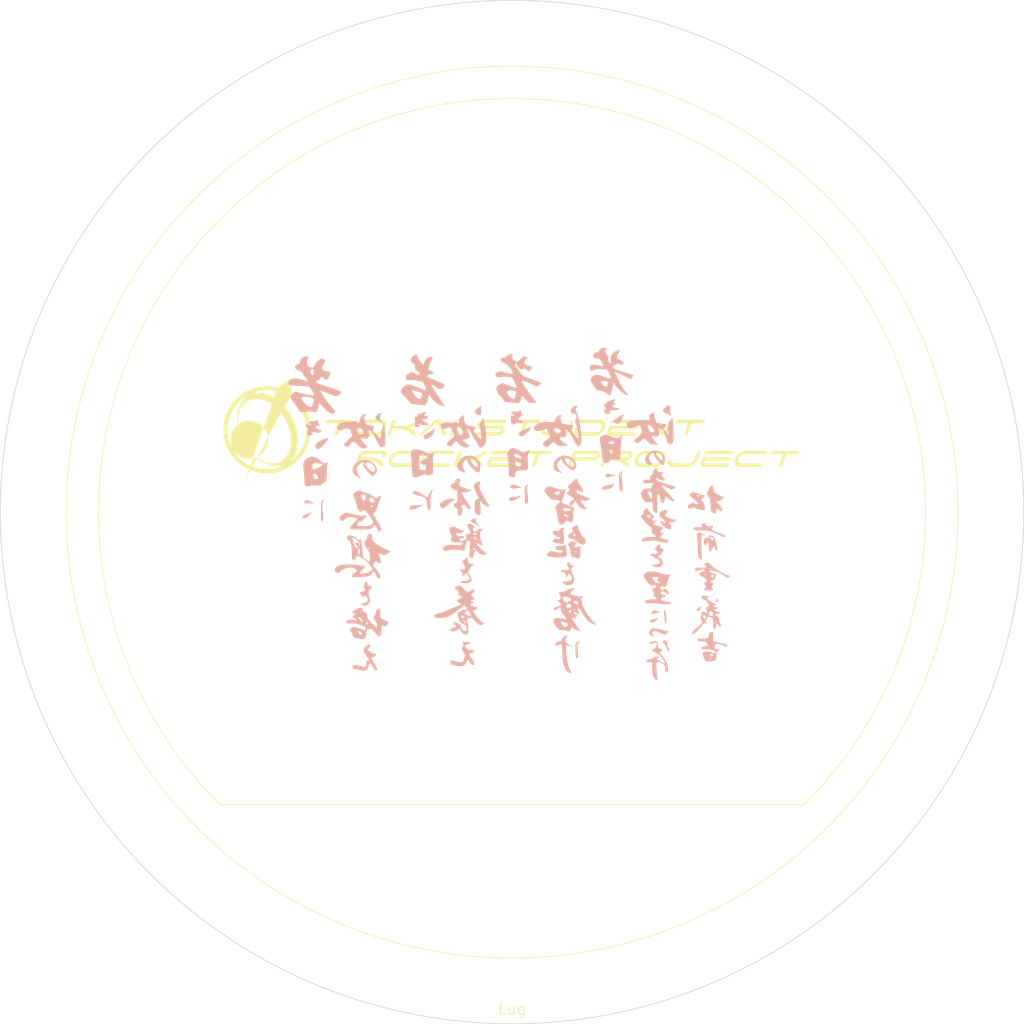
<source format=kicad_pcb>
(kicad_pcb (version 20221018) (generator pcbnew)
  (layers (0 "F.Cu" signal) (31 "B.Cu" signal) (34 "B.Paste" user) (35 "F.Paste" user) (36 "B.SilkS" user "B.Silkscreen") (37 "F.SilkS" user "F.Silkscreen") (38 "B.Mask" user) (39 "F.Mask" user) (44 "Edge.Cuts" user))
  (net 0 "")
  (footprint "MountingHole:MountingHole_3.2mm_M3" (layer "F.Cu") (at 205.90971 54.888059)
    (fp_text reference "REF**" hide)
    (fp_text value "MountingHole_3.2mm_M3" hide)
    (pad "" np_thru_hole circle (at 0 0) (size 3.2 3.2) (drill 3.2) (layers "*.Cu" "*.Mask"))
  )
  (footprint "MountingHole:MountingHole_3.2mm_M3" (layer "F.Cu") (at 195.58 133.35)
    (fp_text reference "REF**" hide)
    (fp_text value "MountingHole_3.2mm_M3" hide)
    (pad "" np_thru_hole circle (at 0 0) (size 3.2 3.2) (drill 3.2) (layers "*.Cu" "*.Mask"))
  )
  (footprint "MountingHole:MountingHole_3.2mm_M3" (layer "F.Cu") (at 166.441297 150.173238)
    (fp_text reference "REF**" hide)
    (fp_text value "MountingHole_3.2mm_M3" hide)
    (pad "" np_thru_hole circle (at 0 0) (size 3.2 3.2) (drill 3.2) (layers "*.Cu" "*.Mask"))
  )
  (footprint "MountingHole:MountingHole_3.2mm_M3" (layer "F.Cu") (at 84.618059 87.388059)
    (fp_text reference "REF**" hide)
    (fp_text value "MountingHole_3.2mm_M3" hide)
    (pad "" np_thru_hole circle (at 0 0) (size 3.2 3.2) (drill 3.2) (layers "*.Cu" "*.Mask"))
  )
  (footprint "MountingHole:MountingHole_3.2mm_M3" (layer "F.Cu") (at 132.794821 24.60288)
    (fp_text reference "REF**" hide)
    (fp_text value "MountingHole_3.2mm_M3" hide)
    (pad "" np_thru_hole circle (at 0 0) (size 3.2 3.2) (drill 3.2) (layers "*.Cu" "*.Mask"))
  )
  (footprint "MountingHole:MountingHole_3.2mm_M3" (layer "F.Cu") (at 205.90971 119.888059)
    (fp_text reference "REF**" hide)
    (fp_text value "MountingHole_3.2mm_M3" hide)
    (pad "" np_thru_hole circle (at 0 0) (size 3.2 3.2) (drill 3.2) (layers "*.Cu" "*.Mask"))
  )
  (footprint "MountingHole:MountingHole_3.2mm_M3" (layer "F.Cu") (at 166.441297 24.60288)
    (fp_text reference "REF**" hide)
    (fp_text value "MountingHole_3.2mm_M3" hide)
    (pad "" np_thru_hole circle (at 0 0) (size 3.2 3.2) (drill 3.2) (layers "*.Cu" "*.Mask"))
  )
  (footprint "MountingHole:MountingHole_3.2mm_M3" (layer "F.Cu") (at 86.83288 104.211297)
    (fp_text reference "REF**" hide)
    (fp_text value "MountingHole_3.2mm_M3" hide)
    (pad "" np_thru_hole circle (at 0 0) (size 3.2 3.2) (drill 3.2) (layers "*.Cu" "*.Mask"))
  )
  (footprint "MountingHole:MountingHole_3.2mm_M3" (layer "F.Cu") (at 182.118059 143.67971)
    (fp_text reference "REF**" hide)
    (fp_text value "MountingHole_3.2mm_M3" hide)
    (pad "" np_thru_hole circle (at 0 0) (size 3.2 3.2) (drill 3.2) (layers "*.Cu" "*.Mask"))
  )
  (footprint "MountingHole:MountingHole_3.2mm_M3" (layer "F.Cu") (at 103.656118 133.35)
    (fp_text reference "REF**" hide)
    (fp_text value "MountingHole_3.2mm_M3" hide)
    (pad "" np_thru_hole circle (at 0 0) (size 3.2 3.2) (drill 3.2) (layers "*.Cu" "*.Mask"))
  )
  (footprint "MountingHole:MountingHole_3.2mm_M3" (layer "F.Cu") (at 182.118059 31.096408)
    (fp_text reference "REF**" hide)
    (fp_text value "MountingHole_3.2mm_M3" hide)
    (pad "" np_thru_hole circle (at 0 0) (size 3.2 3.2) (drill 3.2) (layers "*.Cu" "*.Mask"))
  )
  (footprint "MountingHole:MountingHole_3.2mm_M3" (layer "F.Cu") (at 86.83288 70.564821)
    (fp_text reference "REF**" hide)
    (fp_text value "MountingHole_3.2mm_M3" hide)
    (pad "" np_thru_hole circle (at 0 0) (size 3.2 3.2) (drill 3.2) (layers "*.Cu" "*.Mask"))
  )
  (footprint "MountingHole:MountingHole_6mm" (layer "F.Cu") (at 129.618059 135.388059)
    (fp_text reference "REF**" hide)
    (fp_text value "MountingHole_8.2mm" hide)
    (pad "" np_thru_hole circle (at 0 0) (size 8.2 8.2) (drill 8.2) (layers "F&B.Cu" "*.Mask"))
  )
  (footprint "MountingHole:MountingHole_8.4mm_M8" (layer "F.Cu") (at 149.618059 137.388059)
    (fp_text reference "REF**" hide)
    (fp_text value "MountingHole_10.2mm" hide)
    (pad "" np_thru_hole circle (at 0 0) (size 10.2 10.2) (drill 10.2) (layers "F&B.Cu" "*.Mask"))
  )
  (footprint "MountingHole:MountingHole_3.2mm_M3" (layer "F.Cu") (at 212.403238 70.564821)
    (fp_text reference "REF**" hide)
    (fp_text value "MountingHole_3.2mm_M3" hide)
    (pad "" np_thru_hole circle (at 0 0) (size 3.2 3.2) (drill 3.2) (layers "*.Cu" "*.Mask"))
  )
  (footprint "MountingHole:MountingHole_4.3mm_M4" (layer "F.Cu") (at 119.618059 57.388059)
    (fp_text reference "REF**" hide)
    (fp_text value "MountingHole_4.3mm_M4" hide)
    (pad "" np_thru_hole circle (at 0 0) (size 4.3 4.3) (drill 4.3) (layers "*.Cu" "*.Mask"))
  )
  (footprint "MountingHole:MountingHole_3.2mm_M3" (layer "F.Cu") (at 195.58 41.426118)
    (fp_text reference "REF**" hide)
    (fp_text value "MountingHole_3.2mm_M3" hide)
    (pad "" np_thru_hole circle (at 0 0) (size 3.2 3.2) (drill 3.2) (layers "*.Cu" "*.Mask"))
  )
  (footprint "MountingHole:MountingHole_3.2mm_M3" (layer "F.Cu") (at 103.656118 41.426118)
    (fp_text reference "REF**" hide)
    (fp_text value "MountingHole_3.2mm_M3" hide)
    (pad "" np_thru_hole circle (at 0 0) (size 3.2 3.2) (drill 3.2) (layers "*.Cu" "*.Mask"))
  )
  (footprint "MountingHole:MountingHole_4.3mm_M4" (layer "F.Cu") (at 179.618059 57.388059)
    (fp_text reference "REF**" hide)
    (fp_text value "MountingHole_4.3mm_M4" hide)
    (pad "" np_thru_hole circle (at 0 0) (size 4.3 4.3) (drill 4.3) (layers "*.Cu" "*.Mask"))
  )
  (footprint "MountingHole:MountingHole_3.2mm_M3" (layer "F.Cu") (at 132.794821 150.173238)
    (fp_text reference "REF**" hide)
    (fp_text value "MountingHole_3.2mm_M3" hide)
    (pad "" np_thru_hole circle (at 0 0) (size 3.2 3.2) (drill 3.2) (layers "*.Cu" "*.Mask"))
  )
  (footprint "MountingHole:MountingHole_3.2mm_M3" (layer "F.Cu") (at 93.326408 119.888059)
    (fp_text reference "REF**" hide)
    (fp_text value "MountingHole_3.2mm_M3" hide)
    (pad "" np_thru_hole circle (at 0 0) (size 3.2 3.2) (drill 3.2) (layers "*.Cu" "*.Mask"))
  )
  (footprint "MountingHole:MountingHole_3.2mm_M3" (layer "F.Cu") (at 117.118059 143.67971)
    (fp_text reference "REF**" hide)
    (fp_text value "MountingHole_3.2mm_M3" hide)
    (pad "" np_thru_hole circle (at 0 0) (size 3.2 3.2) (drill 3.2) (layers "*.Cu" "*.Mask"))
  )
  (footprint "MountingHole:MountingHole_3.2mm_M3" (layer "F.Cu") (at 149.618059 22.388059)
    (fp_text reference "REF**" hide)
    (fp_text value "MountingHole_3.2mm_M3" hide)
    (pad "" np_thru_hole circle (at 0 0) (size 3.2 3.2) (drill 3.2) (layers "*.Cu" "*.Mask"))
  )
  (footprint "MountingHole:MountingHole_3.2mm_M3" (layer "F.Cu") (at 214.618059 87.388059)
    (fp_text reference "REF**" hide)
    (fp_text value "MountingHole_3.2mm_M3" hide)
    (pad "" np_thru_hole circle (at 0 0) (size 3.2 3.2) (drill 3.2) (layers "*.Cu" "*.Mask"))
  )
  (footprint "MountingHole:MountingHole_3.2mm_M3" (layer "F.Cu") (at 93.326408 54.888059)
    (fp_text reference "REF**" hide)
    (fp_text value "MountingHole_3.2mm_M3" hide)
    (pad "" np_thru_hole circle (at 0 0) (size 3.2 3.2) (drill 3.2) (layers "*.Cu" "*.Mask"))
  )
  (footprint "MountingHole:MountingHole_6mm" (layer "F.Cu") (at 169.618059 135.388059)
    (fp_text reference "REF**" hide)
    (fp_text value "MountingHole_8.2mm" hide)
    (pad "" np_thru_hole circle (at 0 0) (size 8.2 8.2) (drill 8.2) (layers "*.Cu" "*.Mask"))
  )
  (footprint "MountingHole:MountingHole_3.2mm_M3" (layer "F.Cu") (at 117.118059 31.096408)
    (fp_text reference "REF**" hide)
    (fp_text value "MountingHole_3.2mm_M3" hide)
    (pad "" np_thru_hole circle (at 0 0) (size 3.2 3.2) (drill 3.2) (layers "*.Cu" "*.Mask"))
  )
  (footprint "MountingHole:MountingHole_4.3mm_M4" (layer "F.Cu") (at 119.618059 117.388059)
    (fp_text reference "REF**" hide)
    (fp_text value "MountingHole_4.3mm_M4" hide)
    (pad "" np_thru_hole circle (at 0 0) (size 4.3 4.3) (drill 4.3) (layers "*.Cu" "*.Mask"))
  )
  (footprint "MountingHole:MountingHole_4.3mm_M4" (layer "F.Cu") (at 179.618059 117.388059)
    (fp_text reference "REF**" hide)
    (fp_text value "MountingHole_4.3mm_M4" hide)
    (pad "" np_thru_hole circle (at 0 0) (size 4.3 4.3) (drill 4.3) (layers "*.Cu" "*.Mask"))
  )
  (footprint "MountingHole:MountingHole_3.2mm_M3" (layer "F.Cu") (at 212.403238 104.211297)
    (fp_text reference "REF**" hide)
    (fp_text value "MountingHole_3.2mm_M3" hide)
    (pad "" np_thru_hole circle (at 0 0) (size 3.2 3.2) (drill 3.2) (layers "*.Cu" "*.Mask"))
  )
  (footprint "LOGO" (layer "F.Cu") (at 149.618059 75.958059)
    (fp_text reference "G***" hide)
    (fp_text value "LOGO" hide)
  )
  (footprint "MountingHole:MountingHole_3.2mm_M3" (layer "F.Cu") (at 149.618059 152.388059)
    (fp_text reference "REF**" hide)
    (fp_text value "MountingHole_3.2mm_M3" hide)
    (pad "" np_thru_hole circle (at 0 0) (size 3.2 3.2) (drill 3.2) (layers "*.Cu" "*.Mask"))
  )
  (footprint "LOGO" (layer "B.Cu") (at 149.618059 87.388059 180)
    (fp_text reference "G***" hide)
    (fp_text value "LOGO" hide)
  )
  (gr_circle (center 149.618059 87.388059) (end 210.618059 87.388059) (stroke (width 0.1)) (fill none) (layer "F.SilkS"))
  (gr_line (start 109.618059 127.388059) (end 189.618059 127.388059) (stroke (width 0.1)) (layer "F.SilkS"))
  (gr_arc (start 109.618059 127.388059) (mid 149.618059 30.819517) (end 189.618059 127.388059) (stroke (width 0.1)) (layer "F.SilkS"))
  (gr_circle (center 149.618059 87.388059) (end 219.618059 87.388059) (stroke (width 0.1)) (fill none) (layer "Edge.Cuts"))
  (gr_text "Lug" (at 149.618059 155.388059) (layer "F.SilkS") (effects (font (size 1.5 1.5))))
)
</source>
